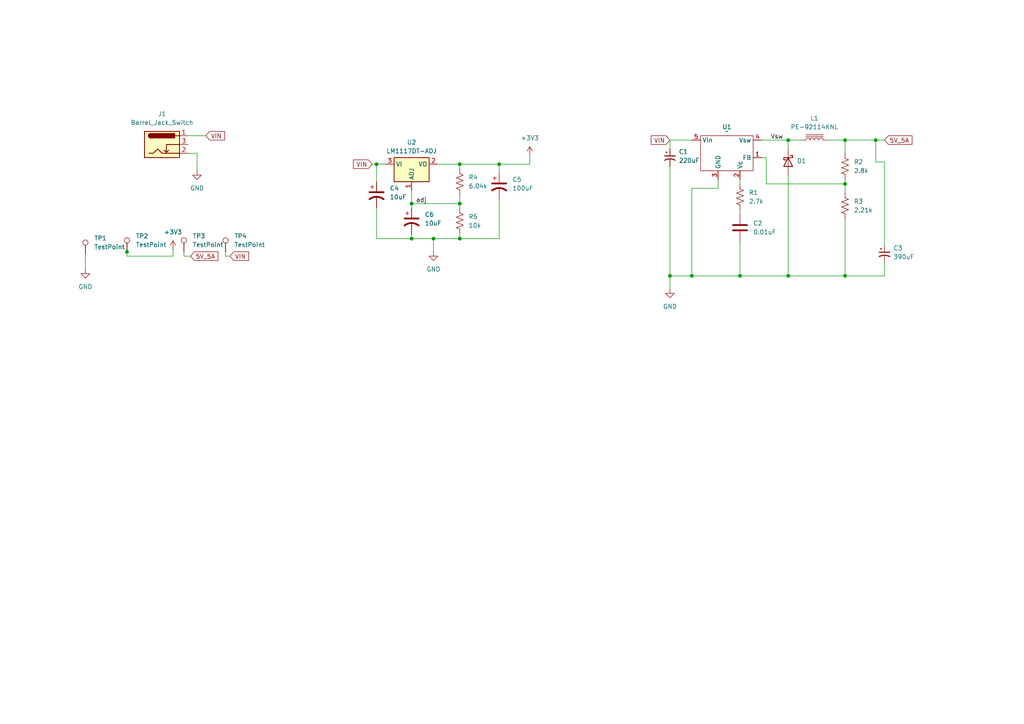
<source format=kicad_sch>
(kicad_sch (version 20230121) (generator eeschema)
  (paper "A4")
  (lib_symbols
    (symbol "Connector:Barrel_Jack_Switch" (pin_names hide)
      (property "Reference" "J" (at 0 5.334 0))
      (property "Value" "Barrel_Jack_Switch" (at 0 -5.08 0))
      (symbol "Barrel_Jack_Switch_0_1"
        (rectangle (start -5.08 3.81) (end 5.08 -3.81) (stroke (width 0.254)) (fill (type background)))
        (arc (start -3.302 3.175) (mid -3.9343 2.54) (end -3.302 1.905) (stroke (width 0.254)))
        (arc (start -3.302 3.175) (mid -3.9343 2.54) (end -3.302 1.905) (stroke (width 0.254)) (fill (type outline)))
        (polyline (pts (xy 1.27 -2.286) (xy 1.905 -1.651)) (stroke (width 0.254)))
        (polyline (pts (xy 5.08 2.54) (xy 3.81 2.54)) (stroke (width 0.254)))
        (polyline (pts (xy 5.08 0) (xy 1.27 0) (xy 1.27 -2.286) (xy 0.635 -1.651)) (stroke (width 0.254)))
        (polyline (pts (xy -3.81 -2.54) (xy -2.54 -2.54) (xy -1.27 -1.27) (xy 0 -2.54) (xy 2.54 -2.54) (xy 5.08 -2.54)) (stroke (width 0.254)))
        (rectangle (start 3.683 3.175) (end -3.302 1.905) (stroke (width 0.254)) (fill (type outline)))
      )
      (symbol "Barrel_Jack_Switch_1_1"
        (pin passive line (at 7.62 2.54 180) (length 2.54) (name "~") (number "1"))
        (pin passive line (at 7.62 -2.54 180) (length 2.54) (name "~") (number "2"))
        (pin passive line (at 7.62 0 180) (length 2.54) (name "~") (number "3"))
      )
    )
    (symbol "Connector:TestPoint" (pin_numbers hide) (pin_names (offset 0.762) hide)
      (property "Reference" "TP" (at 0 6.858 0))
      (property "Value" "TestPoint" (at 0 5.08 0))
      (symbol "TestPoint_0_1"
        (circle (center 0 3.302) (radius 0.762))
      )
      (symbol "TestPoint_1_1"
        (pin passive line (at 0 0 90) (length 2.54) (name "1") (number "1"))
      )
    )
    (symbol "Device:C" (pin_numbers hide) (pin_names (offset 0.254))
      (property "Reference" "C" (at 0.635 2.54 0))
      (property "Value" "C" (at 0.635 -2.54 0))
      (symbol "C_0_1"
        (polyline (pts (xy -2.032 -0.762) (xy 2.032 -0.762)) (stroke (width 0.508)))
        (polyline (pts (xy -2.032 0.762) (xy 2.032 0.762)) (stroke (width 0.508)))
      )
      (symbol "C_1_1"
        (pin passive line (at 0 3.81 270) (length 2.794) (name "~") (number "1"))
        (pin passive line (at 0 -3.81 90) (length 2.794) (name "~") (number "2"))
      )
    )
    (symbol "Device:C_Polarized_Small_US" (pin_numbers hide) (pin_names (offset 0.254) hide)
      (property "Reference" "C" (at 0.254 1.778 0))
      (property "Value" "C_Polarized_Small_US" (at 0.254 -2.032 0))
      (symbol "C_Polarized_Small_US_0_1"
        (polyline (pts (xy -1.524 0.508) (xy 1.524 0.508)) (stroke (width 0.3048)))
        (polyline (pts (xy -1.27 1.524) (xy -0.762 1.524)))
        (polyline (pts (xy -1.016 1.27) (xy -1.016 1.778)))
        (arc (start 1.524 -0.762) (mid 0 -0.3734) (end -1.524 -0.762) (stroke (width 0.3048)))
      )
      (symbol "C_Polarized_Small_US_1_1"
        (pin passive line (at 0 2.54 270) (length 2.032) (name "~") (number "1"))
        (pin passive line (at 0 -2.54 90) (length 2.032) (name "~") (number "2"))
      )
    )
    (symbol "Device:C_Polarized_US" (pin_numbers hide) (pin_names (offset 0.254) hide)
      (property "Reference" "C" (at 0.635 2.54 0))
      (property "Value" "C_Polarized_US" (at 0.635 -2.54 0))
      (symbol "C_Polarized_US_0_1"
        (polyline (pts (xy -2.032 0.762) (xy 2.032 0.762)) (stroke (width 0.508)))
        (polyline (pts (xy -1.778 2.286) (xy -0.762 2.286)))
        (polyline (pts (xy -1.27 1.778) (xy -1.27 2.794)))
        (arc (start 2.032 -1.27) (mid 0 -0.5572) (end -2.032 -1.27) (stroke (width 0.508)))
      )
      (symbol "C_Polarized_US_1_1"
        (pin passive line (at 0 3.81 270) (length 2.794) (name "~") (number "1"))
        (pin passive line (at 0 -3.81 90) (length 3.302) (name "~") (number "2"))
      )
    )
    (symbol "Device:D_Schottky" (pin_numbers hide) (pin_names (offset 1.016) hide)
      (property "Reference" "D1" (at 0 2.54 0))
      (symbol "D_Schottky_0_1"
        (polyline (pts (xy 1.27 0) (xy -1.27 0)))
        (polyline (pts (xy 1.27 1.27) (xy 1.27 -1.27) (xy -1.27 0) (xy 1.27 1.27)) (stroke (width 0.254)))
        (polyline (pts (xy -1.905 0.635) (xy -1.905 1.27) (xy -1.27 1.27) (xy -1.27 -1.27) (xy -0.635 -1.27) (xy -0.635 -0.635)) (stroke (width 0.254)))
      )
      (symbol "D_Schottky_1_1"
        (pin passive line (at -3.81 0 0) (length 2.54) (name "K") (number "1"))
        (pin passive line (at 3.81 0 180) (length 2.54) (name "A") (number "2"))
      )
    )
    (symbol "Device:L_Iron" (pin_numbers hide) (pin_names (offset 1.016) hide)
      (property "Reference" "L" (at -1.27 0 90))
      (property "Value" "L_Iron" (at 2.794 0 90))
      (symbol "L_Iron_0_1"
        (arc (start 0 -2.54) (mid 0.6323 -1.905) (end 0 -1.27))
        (arc (start 0 -1.27) (mid 0.6323 -0.635) (end 0 0))
        (polyline (pts (xy 1.016 2.54) (xy 1.016 -2.54)))
        (polyline (pts (xy 1.524 -2.54) (xy 1.524 2.54)))
        (arc (start 0 0) (mid 0.6323 0.635) (end 0 1.27))
        (arc (start 0 1.27) (mid 0.6323 1.905) (end 0 2.54))
      )
      (symbol "L_Iron_1_1"
        (pin passive line (at 0 3.81 270) (length 1.27) (name "1") (number "1"))
        (pin passive line (at 0 -3.81 90) (length 1.27) (name "2") (number "2"))
      )
    )
    (symbol "Device:R_US" (pin_numbers hide) (pin_names (offset 0))
      (property "Reference" "R" (at 2.54 0 90))
      (property "Value" "R_US" (at -2.54 0 90))
      (symbol "R_US_0_1"
        (polyline (pts (xy 0 -2.286) (xy 0 -2.54)))
        (polyline (pts (xy 0 2.286) (xy 0 2.54)))
        (polyline (pts (xy 0 -0.762) (xy 1.016 -1.143) (xy 0 -1.524) (xy -1.016 -1.905) (xy 0 -2.286)))
        (polyline (pts (xy 0 0.762) (xy 1.016 0.381) (xy 0 0) (xy -1.016 -0.381) (xy 0 -0.762)))
        (polyline (pts (xy 0 2.286) (xy 1.016 1.905) (xy 0 1.524) (xy -1.016 1.143) (xy 0 0.762)))
      )
      (symbol "R_US_1_1"
        (pin passive line (at 0 3.81 270) (length 1.27) (name "~") (number "1"))
        (pin passive line (at 0 -3.81 90) (length 1.27) (name "~") (number "2"))
      )
    )
    (symbol "Regulator_Linear:LM1117DT-ADJ"
      (property "Reference" "U" (at -3.81 3.175 0))
      (property "Value" "LM1117DT-ADJ" (at 0 3.175 0))
      (symbol "LM1117DT-ADJ_0_1"
        (rectangle (start -5.08 -5.08) (end 5.08 1.905) (stroke (width 0.254)) (fill (type background)))
      )
      (symbol "LM1117DT-ADJ_1_1"
        (pin input line (at 0 -7.62 90) (length 2.54) (name "ADJ") (number "1"))
        (pin power_out line (at 7.62 0 180) (length 2.54) (name "VO") (number "2"))
        (pin power_in line (at -7.62 0 0) (length 2.54) (name "VI") (number "3"))
      )
    )
    (symbol "Regulator_Switching:LT1074"
      (property "Reference" "U" (at 0 0 0))
      (symbol "LT1074_0_1"
        (rectangle (start -7.62 -1.27) (end 7.62 -11.43))
      )
      (symbol "LT1074_1_1"
        (pin input line (at 10.16 -7.62 180) (length 2.54) (name "FB") (number "1"))
        (pin input line (at 3.81 -13.97 90) (length 2.54) (name "Vc") (number "2"))
        (pin power_in line (at -2.54 -13.97 90) (length 2.54) (name "GND") (number "3"))
        (pin input line (at 10.16 -2.54 180) (length 2.54) (name "Vsw") (number "4"))
        (pin power_in line (at -10.16 -2.54 0) (length 2.54) (name "Vin") (number "5"))
      )
    )
    (symbol "power:+3V3" (power) (pin_names (offset 0))
      (property "Value" "+3V3" (at 0 3.556 0))
      (symbol "+3V3_0_1"
        (polyline (pts (xy -0.762 1.27) (xy 0 2.54)))
        (polyline (pts (xy 0 0) (xy 0 2.54)))
        (polyline (pts (xy 0 2.54) (xy 0.762 1.27)))
      )
      (symbol "+3V3_1_1"
        (pin power_in line (at 0 0 90) (length 0) hide (name "+3V3") (number "1"))
      )
    )
    (symbol "power:GND" (power) (pin_names (offset 0))
      (property "Value" "GND" (at 0 -3.81 0))
      (symbol "GND_0_1"
        (polyline (pts (xy 0 0) (xy 0 -1.27) (xy 1.27 -1.27) (xy 0 -2.54) (xy -1.27 -1.27) (xy 0 -1.27)))
      )
      (symbol "GND_1_1"
        (pin power_in line (at 0 0 270) (length 0) hide (name "GND") (number "1"))
      )
    )
  )
  (junction (at 200.66 80.01))
  (junction (at 214.63 80.01))
  (junction (at 36.83 73.025))
  (junction (at 133.35 69.215))
  (junction (at 144.78 47.625))
  (junction (at 228.6 80.01))
  (junction (at 245.11 53.34))
  (junction (at 133.35 47.625))
  (junction (at 194.31 80.01))
  (junction (at 228.6 40.64))
  (junction (at 254 40.64))
  (junction (at 119.38 59.055))
  (junction (at 245.11 80.01))
  (junction (at 133.35 59.055))
  (junction (at 125.73 69.215))
  (junction (at 245.11 40.64))
  (junction (at 119.38 69.215))
  (junction (at 109.22 47.625))
  (wire (pts (xy 109.22 47.625) (xy 111.76 47.625)))
  (wire (pts (xy 109.22 47.625) (xy 109.22 52.705)))
  (wire (pts (xy 55.245 74.295) (xy 53.34 74.295)))
  (wire (pts (xy 133.35 69.215) (xy 144.78 69.215)))
  (wire (pts (xy 245.11 53.34) (xy 245.11 55.88)))
  (wire (pts (xy 119.38 67.945) (xy 119.38 69.215)))
  (wire (pts (xy 36.83 74.295) (xy 36.83 73.025)))
  (wire (pts (xy 127 47.625) (xy 133.35 47.625)))
  (wire (pts (xy 194.31 80.01) (xy 200.66 80.01)))
  (wire (pts (xy 222.25 45.72) (xy 222.25 53.34)))
  (wire (pts (xy 228.6 80.01) (xy 214.63 80.01)))
  (wire (pts (xy 133.35 56.515) (xy 133.35 59.055)))
  (wire (pts (xy 200.66 80.01) (xy 200.66 54.61)))
  (wire (pts (xy 119.38 69.215) (xy 109.22 69.215)))
  (wire (pts (xy 194.31 48.26) (xy 194.31 80.01)))
  (wire (pts (xy 254 46.99) (xy 254 40.64)))
  (wire (pts (xy 119.38 55.245) (xy 119.38 59.055)))
  (wire (pts (xy 222.25 53.34) (xy 245.11 53.34)))
  (wire (pts (xy 228.6 40.64) (xy 232.41 40.64)))
  (wire (pts (xy 228.6 50.8) (xy 228.6 80.01)))
  (wire (pts (xy 24.765 73.66) (xy 24.765 78.105)))
  (wire (pts (xy 256.54 46.99) (xy 254 46.99)))
  (wire (pts (xy 245.11 40.64) (xy 254 40.64)))
  (wire (pts (xy 228.6 40.64) (xy 220.98 40.64)))
  (wire (pts (xy 50.165 72.39) (xy 50.165 74.295)))
  (wire (pts (xy 214.63 80.01) (xy 200.66 80.01)))
  (wire (pts (xy 119.38 59.055) (xy 119.38 60.325)))
  (wire (pts (xy 153.67 45.085) (xy 153.67 47.625)))
  (wire (pts (xy 214.63 60.96) (xy 214.63 62.23)))
  (wire (pts (xy 125.73 69.215) (xy 125.73 73.025)))
  (wire (pts (xy 144.78 57.785) (xy 144.78 69.215)))
  (wire (pts (xy 133.35 47.625) (xy 133.35 48.895)))
  (wire (pts (xy 194.31 80.01) (xy 194.31 83.82)))
  (wire (pts (xy 50.165 74.295) (xy 36.83 74.295)))
  (wire (pts (xy 36.83 73.025) (xy 36.83 72.39)))
  (wire (pts (xy 109.22 69.215) (xy 109.22 60.325)))
  (wire (pts (xy 245.11 40.64) (xy 245.11 44.45)))
  (wire (pts (xy 57.15 44.45) (xy 57.15 49.53)))
  (wire (pts (xy 66.675 74.295) (xy 65.405 74.295)))
  (wire (pts (xy 144.78 47.625) (xy 153.67 47.625)))
  (wire (pts (xy 119.38 69.215) (xy 125.73 69.215)))
  (wire (pts (xy 254 40.64) (xy 256.54 40.64)))
  (wire (pts (xy 208.28 54.61) (xy 200.66 54.61)))
  (wire (pts (xy 228.6 43.18) (xy 228.6 40.64)))
  (wire (pts (xy 133.35 59.055) (xy 133.35 60.325)))
  (wire (pts (xy 54.61 39.37) (xy 59.69 39.37)))
  (wire (pts (xy 125.73 69.215) (xy 133.35 69.215)))
  (wire (pts (xy 245.11 52.07) (xy 245.11 53.34)))
  (wire (pts (xy 107.95 47.625) (xy 109.22 47.625)))
  (wire (pts (xy 256.54 76.2) (xy 256.54 80.01)))
  (wire (pts (xy 133.35 59.055) (xy 119.38 59.055)))
  (wire (pts (xy 240.03 40.64) (xy 245.11 40.64)))
  (wire (pts (xy 54.61 44.45) (xy 57.15 44.45)))
  (wire (pts (xy 214.63 69.85) (xy 214.63 80.01)))
  (wire (pts (xy 256.54 71.12) (xy 256.54 46.99)))
  (wire (pts (xy 65.405 74.295) (xy 65.405 73.025)))
  (wire (pts (xy 220.98 45.72) (xy 222.25 45.72)))
  (wire (pts (xy 245.11 63.5) (xy 245.11 80.01)))
  (wire (pts (xy 228.6 80.01) (xy 245.11 80.01)))
  (wire (pts (xy 200.66 40.64) (xy 194.31 40.64)))
  (wire (pts (xy 194.31 40.64) (xy 194.31 43.18)))
  (wire (pts (xy 53.34 74.295) (xy 53.34 73.025)))
  (wire (pts (xy 133.35 67.945) (xy 133.35 69.215)))
  (wire (pts (xy 214.63 52.07) (xy 214.63 53.34)))
  (wire (pts (xy 133.35 47.625) (xy 144.78 47.625)))
  (wire (pts (xy 245.11 80.01) (xy 256.54 80.01)))
  (wire (pts (xy 144.78 47.625) (xy 144.78 50.165)))
  (wire (pts (xy 208.28 52.07) (xy 208.28 54.61)))
  (label "Vsw" (at 223.52 40.64 0))
  (label "adj" (at 120.65 59.055 0))
  (global_label "VIN" (shape input) (at 107.95 47.625 180) (property "Intersheetrefs" "${INTERSHEET_REFS}" (effects hide)))
  (global_label "VIN" (shape input) (at 194.31 40.64 180) (property "Intersheetrefs" "${INTERSHEET_REFS}" (effects hide)))
  (global_label "VIN" (shape input) (at 59.69 39.37 0) (property "Intersheetrefs" "${INTERSHEET_REFS}" (effects hide)))
  (global_label "5V_5A" (shape input) (at 256.54 40.64 0) (property "Intersheetrefs" "${INTERSHEET_REFS}" (effects hide)))
  (global_label "5V_5A" (shape input) (at 55.245 74.295 0) (property "Intersheetrefs" "${INTERSHEET_REFS}" (effects hide)))
  (global_label "VIN" (shape input) (at 66.675 74.295 0) (property "Intersheetrefs" "${INTERSHEET_REFS}" (effects hide)))
  (symbol (lib_id "Connector:TestPoint") (at 65.405 73.025 0) (unit 1)
    (property "Reference" "TP4" (at 67.945 68.453 0) (effects (justify left)))
    (property "Value" "TestPoint" (at 67.945 70.993 0) (effects (justify left)))
    (property "Footprint" "TestPoint:TestPoint_Pad_D1.0mm" (effects hide))
  )
  (symbol (lib_id "Connector:Barrel_Jack_Switch") (at 46.99 41.91 0) (unit 1)
    (property "Reference" "J1" (at 46.99 33.02 0))
    (property "Value" "Barrel_Jack_Switch" (at 46.99 35.56 0))
    (property "Footprint" "Connector_BarrelJack:BarrelJack_Wuerth_6941xx301002" (effects hide))
  )
  (symbol (lib_id "Regulator_Switching:LT1074") (at 210.82 38.1 0) (unit 1)
    (property "Reference" "U1" (at 210.82 36.83 0))
    (property "Value" "~" (at 210.82 38.1 0))
    (property "Footprint" "Package_TO_SOT_THT:TO-220-5_P3.4x3.8mm_StaggerOdd_Lead7.13mm_TabDown" (effects hide))
    (property "Datasheet" "https://www.analog.com/media/en/technical-documentation/data-sheets/1074fds.pdf" (effects hide))
  )
  (symbol (lib_id "Connector:TestPoint") (at 36.83 73.025 0) (unit 1)
    (property "Reference" "TP2" (at 39.37 68.453 0) (effects (justify left)))
    (property "Value" "TestPoint" (at 39.37 70.993 0) (effects (justify left)))
    (property "Footprint" "TestPoint:TestPoint_Pad_D1.0mm" (effects hide))
  )
  (symbol (lib_id "Device:R_US") (at 245.11 48.26 0) (unit 1)
    (property "Reference" "R2" (at 247.65 46.99 0) (effects (justify left)))
    (property "Value" "2.8k" (at 247.65 49.53 0) (effects (justify left)))
    (property "Footprint" "Resistor_SMD:R_0603_1608Metric" (effects hide))
  )
  (symbol (lib_id "Device:R_US") (at 245.11 59.69 0) (unit 1)
    (property "Reference" "R3" (at 247.65 58.42 0) (effects (justify left)))
    (property "Value" "2.21k" (at 247.65 60.96 0) (effects (justify left)))
    (property "Footprint" "Resistor_SMD:R_0603_1608Metric" (effects hide))
  )
  (symbol (lib_id "Device:C_Polarized_US") (at 109.22 56.515 0) (unit 1)
    (property "Reference" "C4" (at 113.03 54.61 0) (effects (justify left)))
    (property "Value" "10uF" (at 113.03 57.15 0) (effects (justify left)))
    (property "Footprint" "Capacitor_SMD:CP_Elec_4x4.5" (effects hide))
    (property "Datasheet" "https://mm.digikey.com/Volume0/opasdata/d220001/medias/docus/2172/S_Series%2CType_V_Rev2018.pdf" (effects hide))
    (property "PN" "EEE-1CA100SR" (effects hide))
  )
  (symbol (lib_id "power:+3V3") (at 50.165 72.39 0) (unit 1)
    (property "Reference" "#PWR06" (effects hide))
    (property "Value" "+3V3" (at 50.165 67.31 0))
  )
  (symbol (lib_id "Device:D_Schottky") (at 228.6 46.99 270) (unit 1)
    (property "Reference" "D1" (at 231.14 46.6725 90) (effects (justify left)))
    (property "Value" "D_Schottky" (effects hide))
    (property "Footprint" "Diode_SMD:SK34BQ-L" (effects hide))
    (property "Datasheet" "https://www.mccsemi.com/pdf/Products/SK34BQ-L_SK36BQ-L(SMB).pdf" (effects hide))
    (property "PN" "SK34BQ-L" (effects hide))
  )
  (symbol (lib_id "Connector:TestPoint") (at 24.765 73.66 0) (unit 1)
    (property "Reference" "TP1" (at 27.305 69.088 0) (effects (justify left)))
    (property "Value" "TestPoint" (at 27.305 71.628 0) (effects (justify left)))
    (property "Footprint" "TestPoint:TestPoint_Pad_D1.0mm" (effects hide))
  )
  (symbol (lib_id "Device:L_Iron") (at 236.22 40.64 90) (unit 1)
    (property "Reference" "L1" (at 236.22 34.29 90))
    (property "Value" "PE-92114KNL" (at 236.22 36.83 90))
    (property "Footprint" "Inductor_THT:PE-92114" (effects hide))
    (property "Datasheet" "https://productfinder.pulseelectronics.com/api/open/part-attachments/datasheet/PE-92114KNL" (effects hide))
    (property "PN" "PE-92114KNL" (effects hide))
  )
  (symbol (lib_id "power:GND") (at 125.73 73.025 0) (unit 1)
    (property "Reference" "#PWR04" (effects hide))
    (property "Value" "GND" (at 125.73 78.105 0))
  )
  (symbol (lib_id "Device:C_Polarized_US") (at 119.38 64.135 0) (unit 1)
    (property "Reference" "C6" (at 123.19 62.23 0) (effects (justify left)))
    (property "Value" "10uF" (at 123.19 64.77 0) (effects (justify left)))
    (property "Footprint" "Capacitor_SMD:CP_Elec_4x4.5" (effects hide))
    (property "Datasheet" "https://mm.digikey.com/Volume0/opasdata/d220001/medias/docus/2172/S_Series%2CType_V_Rev2018.pdf" (effects hide))
    (property "PN" "EEE-1CA100SR" (effects hide))
  )
  (symbol (lib_id "power:GND") (at 24.765 78.105 0) (unit 1)
    (property "Reference" "#PWR05" (effects hide))
    (property "Value" "GND" (at 24.765 83.185 0))
  )
  (symbol (lib_id "Regulator_Linear:LM1117DT-ADJ") (at 119.38 47.625 0) (unit 1)
    (property "Reference" "U2" (at 119.38 41.275 0))
    (property "Value" "LM1117DT-ADJ" (at 119.38 43.815 0))
    (property "Footprint" "Package_TO_SOT_SMD:TO-252-3_TabPin2" (effects hide))
    (property "Datasheet" "http://www.ti.com/lit/ds/symlink/lm1117.pdf" (effects hide))
  )
  (symbol (lib_id "Device:R_US") (at 133.35 64.135 0) (unit 1)
    (property "Reference" "R5" (at 135.89 62.865 0) (effects (justify left)))
    (property "Value" "10k" (at 135.89 65.405 0) (effects (justify left)))
    (property "Footprint" "Resistor_SMD:R_0603_1608Metric" (effects hide))
  )
  (symbol (lib_id "Device:C") (at 214.63 66.04 0) (unit 1)
    (property "Reference" "C2" (at 218.44 64.77 0) (effects (justify left)))
    (property "Value" "0.01uF" (at 218.44 67.31 0) (effects (justify left)))
    (property "Footprint" "Capacitor_SMD:C_0603_1608Metric" (effects hide))
  )
  (symbol (lib_id "Connector:TestPoint") (at 53.34 73.025 0) (unit 1)
    (property "Reference" "TP3" (at 55.88 68.453 0) (effects (justify left)))
    (property "Value" "TestPoint" (at 55.88 70.993 0) (effects (justify left)))
    (property "Footprint" "TestPoint:TestPoint_Pad_D1.0mm" (effects hide))
  )
  (symbol (lib_id "power:GND") (at 57.15 49.53 0) (unit 1)
    (property "Reference" "#PWR01" (effects hide))
    (property "Value" "GND" (at 57.15 54.61 0))
  )
  (symbol (lib_id "Device:R_US") (at 133.35 52.705 0) (unit 1)
    (property "Reference" "R4" (at 135.89 51.435 0) (effects (justify left)))
    (property "Value" "6.04k" (at 135.89 53.975 0) (effects (justify left)))
    (property "Footprint" "Resistor_SMD:R_0603_1608Metric" (effects hide))
  )
  (symbol (lib_id "Device:R_US") (at 214.63 57.15 0) (unit 1)
    (property "Reference" "R1" (at 217.17 55.88 0) (effects (justify left)))
    (property "Value" "2.7k" (at 217.17 58.42 0) (effects (justify left)))
    (property "Footprint" "Resistor_SMD:R_0603_1608Metric" (effects hide))
  )
  (symbol (lib_id "Device:C_Polarized_Small_US") (at 194.31 45.72 0) (unit 1)
    (property "Reference" "C1" (at 196.85 44.0182 0) (effects (justify left)))
    (property "Value" "220uF" (at 196.85 46.5582 0) (effects (justify left)))
    (property "Footprint" "Capacitor_SMD:CP_Elec_10x10.5" (effects hide))
    (property "Datasheet" "https://mm.digikey.com/Volume0/opasdata/d220001/medias/docus/2172/S_Series,Type_V_Rev2018.pdf" (effects hide))
    (property "PN" "EEE-1HA221P" (effects hide))
  )
  (symbol (lib_id "power:GND") (at 194.31 83.82 0) (unit 1)
    (property "Reference" "#PWR02" (effects hide))
    (property "Value" "GND" (at 194.31 88.9 0))
  )
  (symbol (lib_id "power:+3V3") (at 153.67 45.085 0) (unit 1)
    (property "Reference" "#PWR03" (effects hide))
    (property "Value" "+3V3" (at 153.67 40.005 0))
  )
  (symbol (lib_id "Device:C_Polarized_Small_US") (at 256.54 73.66 0) (unit 1)
    (property "Reference" "C3" (at 259.08 71.9582 0) (effects (justify left)))
    (property "Value" "390uF" (at 259.08 74.4982 0) (effects (justify left)))
    (property "Footprint" "Capacitor_SMD:CP_Elec_10x10.5" (effects hide))
    (property "Datasheet" "https://industrial.panasonic.com/ww/products/pt/aluminum-cap-smd/models/EEEFPV391UAP" (effects hide))
    (property "PN" "EEEFPV391UAP" (effects hide))
  )
  (symbol (lib_id "Device:C_Polarized_US") (at 144.78 53.975 0) (unit 1)
    (property "Reference" "C5" (at 148.59 52.07 0) (effects (justify left)))
    (property "Value" "100uF" (at 148.59 54.61 0) (effects (justify left)))
    (property "Footprint" "Capacitor_SMD:CP_Elec_6.3x5.2" (effects hide))
    (property "Datasheet" "https://mm.digikey.com/Volume0/opasdata/d220001/medias/docus/2590/MVE%20Series.pdf" (effects hide))
    (property "PN" "EMVE160ARA101MF55G" (effects hide))
  )
)
</source>
